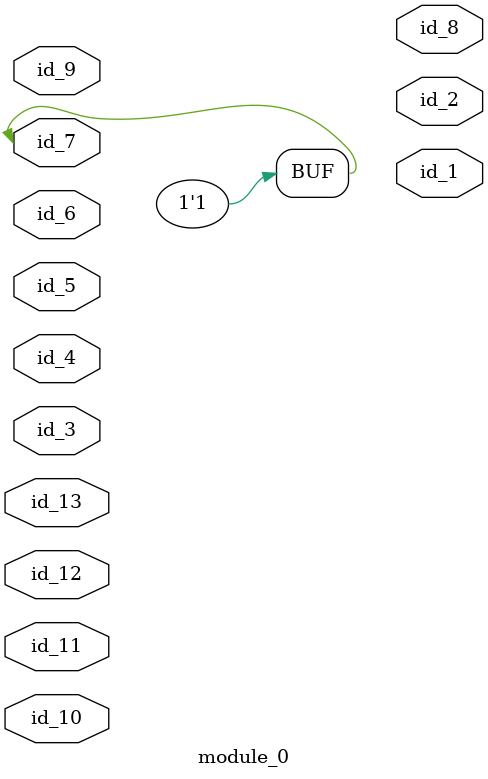
<source format=v>
`define pp_13 0
module module_0 (
    id_1,
    id_2,
    id_3,
    id_4,
    id_5,
    id_6,
    id_7,
    id_8,
    id_9,
    id_10,
    id_11,
    id_12,
    id_13
);
  input id_13;
  input id_12;
  inout id_11;
  input id_10;
  inout id_9;
  output id_8;
  inout id_7;
  input id_6;
  input id_5;
  input id_4;
  inout id_3;
  output id_2;
  output id_1;
  assign id_7 = 1;
endmodule

</source>
